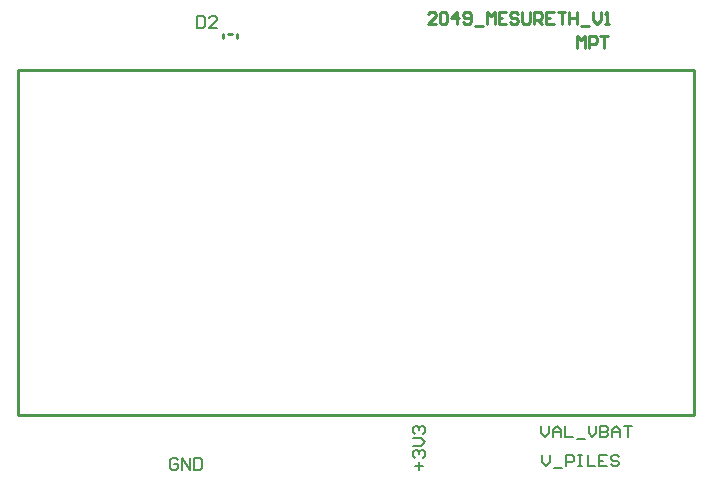
<source format=gbr>
%TF.GenerationSoftware,Altium Limited,Altium Designer,23.6.0 (18)*%
G04 Layer_Color=65535*
%FSLAX43Y43*%
%MOMM*%
%TF.SameCoordinates,6C6526E1-C053-4265-BDC0-CB623CBAD704*%
%TF.FilePolarity,Positive*%
%TF.FileFunction,Legend,Top*%
%TF.Part,Single*%
G01*
G75*
%TA.AperFunction,NonConductor*%
%ADD51C,0.254*%
%ADD52C,0.200*%
D51*
X21500Y40275D02*
Y40675D01*
X20300Y40275D02*
Y40675D01*
X20700D02*
X21100D01*
X60200Y8400D02*
Y37600D01*
X3000Y8400D02*
X60200D01*
X3000Y37600D02*
X60200D01*
X3000Y8400D02*
Y37600D01*
X50279Y39479D02*
Y40479D01*
X50612Y40145D01*
X50945Y40479D01*
Y39479D01*
X51279D02*
Y40479D01*
X51779D01*
X51945Y40312D01*
Y39979D01*
X51779Y39812D01*
X51279D01*
X52278Y40479D02*
X52945D01*
X52612D01*
Y39479D01*
X38315Y41471D02*
X37649D01*
X38315Y42137D01*
Y42304D01*
X38149Y42470D01*
X37816D01*
X37649Y42304D01*
X38649D02*
X38815Y42470D01*
X39149D01*
X39315Y42304D01*
Y41637D01*
X39149Y41471D01*
X38815D01*
X38649Y41637D01*
Y42304D01*
X40148Y41471D02*
Y42470D01*
X39648Y41970D01*
X40315D01*
X40648Y41637D02*
X40815Y41471D01*
X41148D01*
X41314Y41637D01*
Y42304D01*
X41148Y42470D01*
X40815D01*
X40648Y42304D01*
Y42137D01*
X40815Y41970D01*
X41314D01*
X41648Y41304D02*
X42314D01*
X42647Y41471D02*
Y42470D01*
X42981Y42137D01*
X43314Y42470D01*
Y41471D01*
X44314Y42470D02*
X43647D01*
Y41471D01*
X44314D01*
X43647Y41970D02*
X43980D01*
X45313Y42304D02*
X45147Y42470D01*
X44813D01*
X44647Y42304D01*
Y42137D01*
X44813Y41970D01*
X45147D01*
X45313Y41804D01*
Y41637D01*
X45147Y41471D01*
X44813D01*
X44647Y41637D01*
X45646Y42470D02*
Y41637D01*
X45813Y41471D01*
X46146D01*
X46313Y41637D01*
Y42470D01*
X46646Y41471D02*
Y42470D01*
X47146D01*
X47313Y42304D01*
Y41970D01*
X47146Y41804D01*
X46646D01*
X46979D02*
X47313Y41471D01*
X48312Y42470D02*
X47646D01*
Y41471D01*
X48312D01*
X47646Y41970D02*
X47979D01*
X48645Y42470D02*
X49312D01*
X48979D01*
Y41471D01*
X49645Y42470D02*
Y41471D01*
Y41970D01*
X50312D01*
Y42470D01*
Y41471D01*
X50645Y41304D02*
X51311D01*
X51644Y42470D02*
Y41804D01*
X51978Y41471D01*
X52311Y41804D01*
Y42470D01*
X52644Y41471D02*
X52977D01*
X52811D01*
Y42470D01*
X52644Y42304D01*
D52*
X36919Y3767D02*
Y4434D01*
X36586Y4100D02*
X37253D01*
X36586Y4767D02*
X36420Y4934D01*
Y5267D01*
X36586Y5433D01*
X36753D01*
X36919Y5267D01*
Y5100D01*
Y5267D01*
X37086Y5433D01*
X37253D01*
X37419Y5267D01*
Y4934D01*
X37253Y4767D01*
X36420Y5767D02*
X37086D01*
X37419Y6100D01*
X37086Y6433D01*
X36420D01*
X36586Y6766D02*
X36420Y6933D01*
Y7266D01*
X36586Y7433D01*
X36753D01*
X36919Y7266D01*
Y7100D01*
Y7266D01*
X37086Y7433D01*
X37253D01*
X37419Y7266D01*
Y6933D01*
X37253Y6766D01*
X47268Y7483D02*
Y6817D01*
X47601Y6483D01*
X47934Y6817D01*
Y7483D01*
X48268Y6483D02*
Y7150D01*
X48601Y7483D01*
X48934Y7150D01*
Y6483D01*
Y6983D01*
X48268D01*
X49267Y7483D02*
Y6483D01*
X49934D01*
X50267Y6317D02*
X50933D01*
X51267Y7483D02*
Y6817D01*
X51600Y6483D01*
X51933Y6817D01*
Y7483D01*
X52266D02*
Y6483D01*
X52766D01*
X52933Y6650D01*
Y6817D01*
X52766Y6983D01*
X52266D01*
X52766D01*
X52933Y7150D01*
Y7317D01*
X52766Y7483D01*
X52266D01*
X53266Y6483D02*
Y7150D01*
X53599Y7483D01*
X53932Y7150D01*
Y6483D01*
Y6983D01*
X53266D01*
X54266Y7483D02*
X54932D01*
X54599D01*
Y6483D01*
X47351Y5028D02*
Y4362D01*
X47684Y4028D01*
X48018Y4362D01*
Y5028D01*
X48351Y3862D02*
X49017D01*
X49350Y4028D02*
Y5028D01*
X49850D01*
X50017Y4862D01*
Y4528D01*
X49850Y4362D01*
X49350D01*
X50350Y5028D02*
X50683D01*
X50517D01*
Y4028D01*
X50350D01*
X50683D01*
X51183Y5028D02*
Y4028D01*
X51850D01*
X52849Y5028D02*
X52183D01*
Y4028D01*
X52849D01*
X52183Y4528D02*
X52516D01*
X53849Y4862D02*
X53682Y5028D01*
X53349D01*
X53182Y4862D01*
Y4695D01*
X53349Y4528D01*
X53682D01*
X53849Y4362D01*
Y4195D01*
X53682Y4028D01*
X53349D01*
X53182Y4195D01*
X16509Y4533D02*
X16342Y4700D01*
X16009D01*
X15842Y4533D01*
Y3867D01*
X16009Y3700D01*
X16342D01*
X16509Y3867D01*
Y4200D01*
X16175D01*
X16842Y3700D02*
Y4700D01*
X17508Y3700D01*
Y4700D01*
X17841D02*
Y3700D01*
X18341D01*
X18508Y3867D01*
Y4533D01*
X18341Y4700D01*
X17841D01*
X18142Y42150D02*
Y41150D01*
X18642D01*
X18808Y41317D01*
Y41983D01*
X18642Y42150D01*
X18142D01*
X19808Y41150D02*
X19142D01*
X19808Y41817D01*
Y41983D01*
X19641Y42150D01*
X19308D01*
X19142Y41983D01*
%TF.MD5,4b6427dfaeb5457fa99460585b4ea9be*%
M02*

</source>
